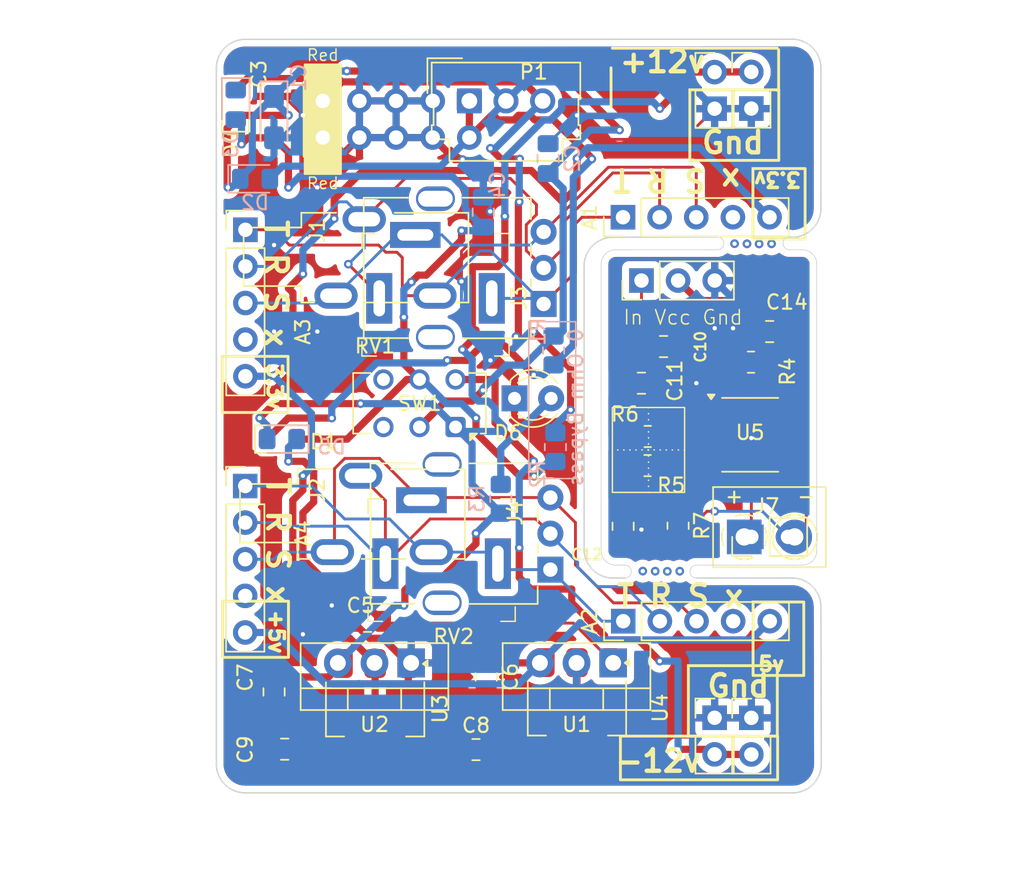
<source format=kicad_pcb>
(kicad_pcb (version 20240108) (generator "pcbnew") (generator_version "8.0")
  (layers (0 "F.Cu" signal) (31 "B.Cu" signal) (34 "B.Paste" user) (35 "F.Paste" user) (36 "B.SilkS" user "B.Silkscreen") (37 "F.SilkS" user "F.Silkscreen") (38 "B.Mask" user) (39 "F.Mask" user) (44 "Edge.Cuts" user))
  (net 0 "")
  (net 1 "+12v")
  (net 2 "Gnd")
  (net 3 "-12v")
  (net 4 "Net-(A1-Pin_1)")
  (net 5 "Net-(A1-Pin_3)")
  (net 6 "Net-(A1-Pin_2)")
  (net 7 "Net-(A2-Pin_2)")
  (net 8 "Net-(A2-Pin_3)")
  (net 9 "Net-(A2-Pin_1)")
  (net 10 "Net-(D5-K)")
  (net 11 "+5v")
  (net 12 "+3.3v")
  (net 13 "+12v bypass")
  (net 14 "-12v bypass")
  (net 19 "+12v clean")
  (net 20 "-12v clean")
  (net 21 "Net-(D6-A)")
  (net 24 "Net-(C10-Pad2)")
  (net 25 "AudioIn")
  (net 26 "AGnd")
  (net 27 "Net-(U5-Bypass)")
  (net 28 "VCC")
  (net 29 "Out+")
  (net 30 "Out-")
  (net 31 "Net-(R4-Pad2)")
  (net 32 "Net-(U5--In)")
  (net 33 "Net-(U5-+In)")
  (footprint "Capacitor_SMD:C_0805_2012Metric_Pad1.18x1.45mm_HandSolder" (layer "F.Cu") (at 79.003775 66.04)
    (property "Reference" "C10")
    (property "Value" "470n")
  )
  (footprint "CATs_Eurosynth:Power_2x5_Vertical" (layer "F.Cu") (at 65.54 49 -90)
    (property "Reference" "P2" (hide yes))
    (property "Value" "Power_2x5" (hide yes))
  )
  (footprint "Capacitor_SMD:C_0805_2012Metric_Pad1.18x1.45mm_HandSolder" (layer "F.Cu") (at 58.480949 85.100156 180)
    (property "Reference" "C5")
    (property "Value" "10uF")
  )
  (footprint "Resistor_SMD:R_0805_2012Metric_Pad1.20x1.40mm_HandSolder" (layer "F.Cu") (at 77.908606 72.278105 180)
    (property "Reference" "R6")
    (property "Value" "0 Ohm")
  )
  (footprint "Capacitor_SMD:C_0805_2012Metric_Pad1.18x1.45mm_HandSolder" (layer "F.Cu") (at 86.36 65 180)
    (property "Reference" "C14")
    (property "Value" "1uF")
  )
  (footprint "LED_THT:LED_D3.0mm" (layer "F.Cu") (at 68.6715 69.634025)
    (property "Reference" "D6")
    (property "Value" "LED")
  )
  (footprint "Package_TO_SOT_THT:TO-220-3_Vertical" (layer "F.Cu") (at 75.510324 87.983999 180)
    (property "Reference" "U1")
    (property "Value" "LM7805_TO220")
  )
  (footprint "Resistor_SMD:R_0805_2012Metric_Pad1.20x1.40mm_HandSolder" (layer "F.Cu") (at 77.895578 74.299061 180)
    (property "Reference" "R5")
    (property "Value" "0 Ohm")
  )
  (footprint "Resistor_SMD:R_0805_2012Metric_Pad1.20x1.40mm_HandSolder" (layer "F.Cu") (at 85.067497 67.121656)
    (property "Reference" "R4")
    (property "Value" "68k")
  )
  (footprint "Connector_PinHeader_2.54mm:PinHeader_1x03_P2.54mm_Vertical" (layer "F.Cu") (at 77.472723 61.46 90)
    (property "Reference" "J5" (hide yes))
    (property "Value" "Conn_01x03_Pin")
  )
  (footprint "Connector_Molex:Molex_SL_171971-0003_1x03_P2.54mm_Vertical" (layer "F.Cu") (at 65.54 49)
    (property "Reference" "P1")
    (property "Value" "Pocket Rack Power")
  )
  (footprint "0_Favorites:Jack_3.5mm_QingPu_WQP-PJ301CM" (layer "F.Cu") (at 63.018449 81.100156 90)
    (property "Reference" "J4")
    (property "Value" "AudioJack3")
  )
  (footprint "Capacitor_SMD:C_0805_2012Metric_Pad1.18x1.45mm_HandSolder" (layer "F.Cu") (at 76.2 78.5075 90)
    (property "Reference" "C12")
    (property "Value" "1uF")
  )
  (footprint "PersonalFootprints:Potentiometer_Vertical_Slimmer" (layer "F.Cu") (at 63.18826 60.585027 180)
    (property "Reference" "RV1")
    (property "Value" "any Ohm")
  )
  (footprint "Capacitor_SMD:C_0805_2012Metric_Pad1.18x1.45mm_HandSolder" (layer "F.Cu") (at 52.735343 93.968688 180)
    (property "Reference" "C9")
    (property "Value" "10uF")
  )
  (footprint "Diode_SMD:D_0805_2012Metric_Pad1.15x1.40mm_HandSolder" (layer "F.Cu") (at 52.54402 72.460861)
    (property "Reference" "D1")
    (property "Value" "D")
  )
  (footprint "Capacitor_Tantalum_SMD:CP_EIA-3216-10_Kemet-I_Pad1.58x1.35mm_HandSolder" (layer "F.Cu") (at 51.995534 50.121528 -90)
    (property "Reference" "C3")
    (property "Value" "1u")
  )
  (footprint "Package_TO_SOT_SMD:SOT-223-3_TabPin2" (layer "F.Cu") (at 59.006548 91.178448 -90)
    (property "Reference" "U3")
    (property "Value" "LD1117S33TR_SOT223")
  )
  (footprint "Connector_PinHeader_2.54mm:PinHeader_1x02_P2.54mm_Vertical" (layer "F.Cu") (at 85.087855 46.99)
    (property "Reference" "P9" (hide yes))
    (property "Value" "Conn_01x02_Pin")
  )
  (footprint "TerminalBlock_4Ucon:TerminalBlock_4Ucon_1x02_P3.50mm_Horizontal" (layer "F.Cu") (at 84.597376 79.246295)
    (property "Reference" "J7")
    (property "Value" "Conn_01x02_Pin")
  )
  (footprint "Connector_PinHeader_2.54mm:PinHeader_1x02_P2.54mm_Vertical" (layer "F.Cu") (at 82.54411 91.78825)
    (property "Reference" "P8" (hide yes))
    (property "Value" "Conn_01x02_Pin")
  )
  (footprint "Connector_PinHeader_2.54mm:PinHeader_1x02_P2.54mm_Vertical" (layer "F.Cu") (at 85.09 91.794963)
    (property "Reference" "P10" (hide yes))
    (property "Value" "Conn_01x02_Pin")
  )
  (footprint "Capacitor_SMD:C_0805_2012Metric_Pad1.18x1.45mm_HandSolder" (layer "F.Cu") (at 52 90 -90)
    (property "Reference" "C7")
    (property "Value" "1uF")
  )
  (footprint "Connector_PinHeader_2.54mm:PinHeader_1x05_P2.54mm_Vertical" (layer "F.Cu") (at 76.191276 57.069118 90)
    (property "Reference" "A1")
    (property "Value" "Conn_01x05_Pin" (hide yes))
  )
  (footprint "Connector_PinHeader_2.54mm:PinHeader_1x02_P2.54mm_Vertical" (layer "F.Cu") (at 82.541276 47.000868)
    (property "Reference" "P7" (hide yes))
    (property "Value" "Conn_01x02_Pin")
  )
  (footprint "Connector_PinHeader_2.54mm:PinHeader_1x05_P2.54mm_Vertical" (layer "F.Cu") (at 50 75.714262)
    (property "Reference" "A4")
    (property "Value" "Conn_01x05_Pin")
  )
  (footprint "Connector_PinHeader_2.54mm:PinHeader_1x05_P2.54mm_Vertical" (layer "F.Cu") (at 76.208801 85.09 90)
    (property "Reference" "A2")
    (property "Value" "Conn_01x05_Pin" (hide yes))
  )
  (footprint "Connector_PinHeader_2.54mm:PinHeader_1x05_P2.54mm_Vertical" (layer "F.Cu") (at 50.013691 57.939292)
    (property "Reference" "A3")
    (property "Value" "Conn_01x05_Pin")
  )
  (footprint "Resistor_SMD:R_0805_2012Metric_Pad1.20x1.40mm_HandSolder" (layer "F.Cu") (at 80.01 78.47 -90)
    (property "Reference" "R7")
    (property "Value" "20k")
  )
  (footprint "Button_Switch_THT:SW_CK_JS202011CQN_DPDT_Straight" (layer "F.Cu") (at 64.582831 71.62468 180)
    (property "Reference" "SW1")
    (property "Value" "Power")
  )
  (footprint "Package_TO_SOT_SMD:SOT-223-3_TabPin2" (layer "F.Cu") (at 73 91.114264 -90)
    (property "Reference" "U4")
    (property "Value" "LM7805_TO220")
  )
  (footprint "Capacitor_SMD:C_0805_2012Metric_Pad1.18x1.45mm_HandSolder" (layer "F.Cu") (at 66.706548 88.9625 -90)
    (property "Reference" "C6")
    (property "Value" "100nF")
  )
  (footprint "Capacitor_SMD:C_0805_2012Metric_Pad1.18x1.45mm_HandSolder" (layer "F.Cu") (at 66 94)
    (property "Reference" "C8")
    (property "Value" "10uF")
  )
  (footprint "PersonalFootprints:Potentiometer_Vertical_Slimmer" (layer "F.Cu") (at 63.656922 79.013864 180)
    (property "Reference" "RV2")
    (property "Value" "any Ohm")
  )
  (footprint "Package_SO:SOP-8_3.9x4.9mm_P1.27mm" (layer "F.Cu") (at 85.005 72.16228)
    (property "Reference" "U5")
    (property "Value" "~")
  )
  (footprint "Package_TO_SOT_THT:TO-220-3_Vertical" (layer "F.Cu") (at 61.503159 87.983999 180)
    (property "Reference" "U2")
    (property "Value" "LD1117S33TR_SOT223")
  )
  (footprint "PersonalFootprints:Jack_3.5mm_TRS_Horizontal" (layer "F.Cu") (at 54.011109 62.859364 90)
    (property "Reference" "J1")
    (property "Value" "AudioJack3")
  )
  (footprint "Capacitor_SMD:C_0805_2012Metric_Pad1.18x1.45mm_HandSolder" (layer "F.Cu") (at 77.47 68.58)
    (property "Reference" "C11")
    (property "Value" "470n")
  )
  (footprint "0_Favorites:Jack_3.5mm_QingPu_WQP-PJ301CM" (layer "F.Cu") (at 62.592981 62.697583 90)
    (property "Reference" "J3")
    (property "Value" "AudioJack3")
  )
  (footprint "PersonalFootprints:Jack_3.5mm_TRS_Horizontal" (layer "F.Cu") (at 53.76 80.65 90)
    (property "Reference" "J2")
    (property "Value" "AudioJack3")
  )
  (footprint "Connector_PinHeader_2.54mm:PinHeader_1x02_P2.54mm_Vertical" (layer "F.Cu") (at 85.09 79.240686 90)
    (property "Reference" "J6" (hide yes))
    (property "Value" "Conn_01x02_Pin")
  )
  (footprint "Diode_SMD:D_0805_2012Metric_Pad1.15x1.40mm_HandSolder" (layer "F.Cu") (at 49.342599 49.273883 90)
    (property "Reference" "D4")
    (property "Value" "D")
  )
  (footprint "Diode_SMD:D_0805_2012Metric_Pad1.15x1.40mm_HandSolder" (layer "B.Cu") (at 52.54402 72.460861 180)
    (property "Reference" "D5")
    (property "Value" "D")
  )
  (footprint "Capacitor_SMD:C_0805_2012Metric_Pad1.18x1.45mm_HandSolder" (layer "B.Cu") (at 71 53 90)
    (property "Reference" "C2")
    (property "Value" "100n")
  )
  (footprint "Capacitor_Tantalum_SMD:CP_EIA-3216-10_Kemet-I_Pad1.58x1.35mm_HandSolder" (layer "B.Cu") (at 51.995534 50.121528 -90)
    (property "Reference" "C1")
    (property "Value" "1u")
  )
  (footprint "Diode_SMD:D_0805_2012Metric_Pad1.15x1.40mm_HandSolder" (layer "B.Cu") (at 49.342599 49.273883 -90)
    (property "Reference" "D3")
    (property "Value" "D")
  )
  (footprint "Diode_SMD:D_0805_2012Metric_Pad1.15x1.40mm_HandSolder" (layer "B.Cu") (at 50.681664 54.405004)
    (property "Reference" "D2")
    (property "Value" "D")
  )
  (footprint "Resistor_SMD:R_0805_2012Metric_Pad1.20x1.40mm_HandSolder" (layer "B.Cu") (at 67.718449 76.600156 -90)
    (property "Reference" "R3")
    (property "Value" "1k")
  )
  (footprint "Resistor_SMD:R_0805_2012Metric_Pad1.20x1.40mm_HandSolder" (layer "B.Cu") (at 71.378594 66.309837 90)
    (property "Reference" "R1")
    (property "Value" "0 Ohm Bypass" (hide yes))
  )
  (footprint "Resistor_SMD:R_0805_2012Metric_Pad1.20x1.40mm_HandSolder" (layer "B.Cu") (at 71.506398 73.015774 -90)
    (property "Reference" "R2")
    (property "Value" "0 Ohm Bypass")
  )
  (footprint "Capacitor_SMD:C_0805_2012Metric_Pad1.18x1.45mm_HandSolder" (layer "B.Cu") (at 66.507112 56.716062 -90)
    (property "Reference" "C4")
    (property "Value" "100n")
  )
  (gr_rect (start 69.658581 64.315335) (end 72.91323 75.196897) (stroke (width 0.1)) (fill none) (layer "B.SilkS"))
  (gr_line (start 75.453201 45.346045) (end 86.881852 45.346045) (stroke (width 0.2)) (layer "F.SilkS"))
  (gr_rect (start 48.431598 83.705189) (end 52.9983 87.598641) (stroke (width 0.2)) (fill none) (layer "F.SilkS"))
  (gr_rect (start 80.824221 48.230668) (end 86.991872 53.12412) (stroke (width 0.2)) (fill none) (layer "F.SilkS"))
  (gr_line (start 80.462576 73.211516) (end 75.455949 73.211516) (stroke (width 0.1) (type dot)) (layer "F.SilkS"))
  (gr_line (start 86.881852 48.262983) (end 86.981852 48.162983) (stroke (width 0.2)) (layer "F.SilkS"))
  (gr_rect (start 75.455949 70.267306) (end 80.462576 76.155726) (stroke (width 0.1)) (fill none) (layer "F.SilkS"))
  (gr_rect (start 85.201602 53.692885) (end 88.817175 58.576748) (stroke (width 0.2)) (fill none) (layer "F.SilkS"))
  (gr_rect (start 80.722349 88.176511) (end 86.89 93.069963) (stroke (width 0.2)) (fill none) (layer "F.SilkS"))
  (gr_rect (start 76.01411 93.06325) (end 86.911761 96.094952) (stroke (width 0.2)) (fill none) (layer "F.SilkS"))
  (gr_rect (start 48.406178 66.720279) (end 52.97288 70.613731) (stroke (width 0.2)) (fill none) (layer "F.SilkS"))
  (gr_rect (start 85.210326 83.76) (end 88.723831 88.854466) (stroke (width 0.2)) (fill none) (layer "F.SilkS"))
  (gr_line (start 77.959263 70.267306) (end 77.959262 76.155726) (stroke (width 0.1) (type dot)) (layer "F.SilkS"))
  (gr_line (start 86.981852 48.162983) (end 86.981852 45.446045) (stroke (width 0.2)) (layer "F.SilkS"))
  (gr_line (start 75.361925 49.422115) (end 75.361925 46.705177) (stroke (width 0.2)) (layer "F.SilkS"))
  (gr_arc (start 87.735436 59.3238) (mid 87.2874 58.8757) (end 87.735436 58.42752) (stroke (width 0.05)) (layer "Edge.Cuts"))
  (gr_line (start 75.494801 82.095276) (end 76.326101 82.09814) (stroke (width 0.1)) (layer "Edge.Cuts"))
  (gr_arc (start 88.623576 59.324724) (mid 89.33069 59.61761) (end 89.623576 60.324724) (stroke (width 0.05)) (layer "Edge.Cuts"))
  (gr_line (start 87.735436 59.3238) (end 88.623576 59.324724) (stroke (width 0.05)) (layer "Edge.Cuts"))
  (gr_line (start 75.678377 59.324724) (end 82.735436 59.323799) (stroke (width 0.05)) (layer "Edge.Cuts"))
  (gr_line (start 87.939786 97) (end 50 97) (stroke (width 0.1)) (layer "Edge.Cuts"))
  (gr_line (start 76.326101 81.201862) (end 75.678377 81.2) (stroke (width 0.05)) (layer "Edge.Cuts"))
  (gr_arc (start 74.678377 60.324724) (mid 74.971266 59.617629) (end 75.678377 59.324724) (stroke (width 0.05)) (layer "Edge.Cuts"))
  (gr_line (start 88.623576 81.2) (end 81.28 81.201861) (stroke (width 0.05)) (layer "Edge.Cuts"))
  (gr_arc (start 89.914 56.46) (mid 89.328184 57.874184) (end 87.914 58.46) (stroke (width 0.1)) (layer "Edge.Cuts"))
  (gr_line (start 89.623576 60.324724) (end 89.623576 80.2) (stroke (width 0.05)) (layer "Edge.Cuts"))
  (gr_line (start 89.913014 46.720606) (end 89.914 56.46) (stroke (width 0.1)) (layer "Edge.Cuts"))
  (gr_line (start 50 44.73) (end 87.913014 44.720606) (stroke (width 0.1)) (layer "Edge.Cuts"))
  (gr_line (start 73.494801 60.46) (end 73.494801 80.095276) (stroke (width 0.1)) (layer "Edge.Cuts"))
  (gr_arc (start 87.914 82.095276) (mid 89.328222 82.681061) (end 89.914 84.095276) (stroke (width 0.1)) (layer "Edge.Cuts"))
  (gr_arc (start 82.735436 58.427521) (mid 83.183679 58.8757) (end 82.735436 59.323799) (stroke (width 0.05)) (layer "Edge.Cuts"))
  (gr_arc (start 89.623576 80.2) (mid 89.330683 80.907107) (end 88.623576 81.2) (stroke (width 0.05)) (layer "Edge.Cuts"))
  (gr_line (start 74.678376 80.2) (end 74.678377 60.324724) (stroke (width 0.05)) (layer "Edge.Cuts"))
  (gr_line (start 48 95) (end 48 46.73) (stroke (width 0.1)) (layer "Edge.Cuts"))
  (gr_arc (start 50 97) (mid 48.585786 96.414214) (end 48 95) (stroke (width 0.1)) (layer "Edge.Cuts"))
  (gr_arc (start 81.28 82.098141) (mid 80.831834 81.65) (end 81.28 81.201861) (stroke (width 0.05)) (layer "Edge.Cuts"))
  (gr_arc (start 89.939786 95) (mid 89.353999 96.414209) (end 87.939786 97) (stroke (width 0.1)) (layer "Edge.Cuts"))
  (gr_line (start 82.735436 58.427521) (end 75.494801 58.46) (stroke (width 0.1)) (layer "Edge.Cuts"))
  (gr_line (start 89.914 84.095276) (end 89.939786 95) (stroke (width 0.1)) (layer "Edge.Cuts"))
  (gr_arc (start 75.678377 81.2) (mid 74.97127 80.907107) (end 74.678376 80.2) (stroke (width 0.05)) (layer "Edge.Cuts"))
  (gr_arc (start 76.326101 81.201862) (mid 76.774214 81.65) (end 76.326101 82.09814) (stroke (width 0.05)) (layer "Edge.Cuts"))
  (gr_arc (start 48 46.73) (mid 48.585786 45.315786) (end 50 44.73) (stroke (width 0.1)) (layer "Edge.Cuts"))
  (gr_arc (start 73.494801 60.46) (mid 74.080587 59.045787) (end 75.494801 58.46) (stroke (width 0.1)) (layer "Edge.Cuts"))
  (gr_arc (start 75.494801 82.095276) (mid 74.080587 81.50949) (end 73.494801 80.095276) (stroke (width 0.1)) (layer "Edge.Cuts"))
  (gr_line (start 87.914 58.46) (end 87.735436 58.42752) (stroke (width 0.1)) (layer "Edge.Cuts"))
  (gr_arc (start 87.913014 44.720606) (mid 89.327216 45.306398) (end 89.913014 46.720606) (stroke (width 0.1)) (layer "Edge.Cuts"))
  (gr_line (start 81.28 82.098141) (end 87.914 82.095276) (stroke (width 0.1)) (layer "Edge.Cuts"))
  (gr_text "In Vcc Gnd" (at 76.141789 64.598159 0) (layer "F.SilkS") (effects (font (size 1 1) (thickness 0.1)) (justify left bottom)))
  (gr_text "3.3v" (at 51.451038 67.087385 270) (layer "F.SilkS") (effects (font (size 1 1) (thickness 0.25) (bold yes)) (justify left bottom)))
  (gr_text "x S R T" (at 84.458464 53.604609 180) (layer "F.SilkS") (effects (font (size 1.5 1.5) (thickness 0.3) (bold yes)) (justify left bottom)))
  (gr_text "+12v" (at 75.808202 47.142586 0) (layer "F.SilkS") (effects (font (size 1.5 1.5) (thickness 0.3) (bold yes)) (justify left bottom)))
  (gr_text "Gnd" (at 81.87911 90.45825 0) (layer "F.SilkS") (effects (font (size 1.5 1.5) (thickness 0.3) (bold yes)) (justify left bottom)))
  (gr_text "-12v" (at 75.495322 95.665152 0) (layer "F.SilkS") (effects (font (size 1.5 1.5) (thickness 0.3) (bold yes)) (justify left bottom)))
  (gr_text "T R S x" (at 51.258467 57.103994 270) (layer "F.SilkS") (effects (font (size 1.5 1.5) (thickness 0.3) (bold yes)) (justify left bottom)))
  (gr_text "5v" (at 85.450103 88.652549 0) (layer "F.SilkS") (effects (font (size 1 1) (thickness 0.25) (bold yes)) (justify left bottom)))
  (gr_text "+" (at 83.183576 77 0) (layer "F.SilkS") (effects (font (size 1 1)) (justify left bottom)))
  (gr_text "T R S x" (at 51.393078 74.956763 270) (layer "F.SilkS") (effects (font (size 1.5 1.5) (thickness 0.3) (bold yes)) (justify left bottom)))
  (gr_text "Gnd" (at 81.501704 52.768127 0) (layer "F.SilkS") (effects (font (size 1.5 1.5) (thickness 0.3) (bold yes)) (justify left bottom)))
  (gr_text "-" (at 88.183576 77 0) (layer "F.SilkS") (effects (font (size 1 1)) (justify left bottom)))
  (gr_text "+5v" (at 51.583546 84.180904 -90) (layer "F.SilkS") (effects (font (size 1 1) (thickness 0.25) (bold yes)) (justify left bottom)))
  (gr_text "T R S x" (at 75.582836 84.220751 0) (layer "F.SilkS") (effects (font (size 1.5 1.5) (thickness 0.3) (bold yes)) (justify left bottom)))
  (gr_text "3.3v" (at 88.627878 53.863252 180) (layer "F.SilkS") (effects (font (size 1 1) (thickness 0.25) (bold yes)) (justify left bottom)))
  (via (at 84.788701 58.912857) (size 0.6) (drill 0.3) (layers "F.Cu" "B.Cu") (net 0))
  (via (at 77.562583 81.617045) (size 0.6) (drill 0.3) (layers "F.Cu" "B.Cu") (net 0))
  (via (at 86.491374 58.912857) (size 0.6) (drill 0.3) (layers "F.Cu" "B.Cu") (net 0))
  (via (at 80.126801 81.625211) (size 0.6) (drill 0.3) (layers "F.Cu" "B.Cu") (net 0))
  (via (at 78.424128 81.625211) (size 0.6) (drill 0.3) (layers "F.Cu" "B.Cu") (net 0))
  (via (at 79.265257 81.633378) (size 0.6) (drill 0.3) (layers "F.Cu" "B.Cu") (net 0))
  (via (at 85.62983 58.921024) (size 0.6) (drill 0.3) (layers "F.Cu" "B.Cu") (net 0))
  (via (at 83.927156 58.904691) (size 0.6) (drill 0.3) (layers "F.Cu" "B.Cu") (net 0))
  (segment (start 61.068449 83.931551) (end 61 84) (width 0.5) (layer "F.Cu") (net 1))
  (segment (start 66 65.306172) (end 66 64.897583) (width 0.5) (layer "F.Cu") (net 1))
  (segment (start 65.056171 66.250001) (end 66 65.306172) (width 0.5) (layer "F.Cu") (net 1))
  (segment (start 55.772496 88.9625) (end 56.706548 88.028448) (width 0.5) (layer "F.Cu") (net 1))
  (segment (start 80.01 48.26) (end 80.01 47.000868) (width 0.5) (layer "F.Cu") (net 1))
  (segment (start 52 88.9625) (end 55.772496 88.9625) (width 0.5) (layer "F.Cu") (net 1))
  (segment (start 85.087855 46.99) (end 82.552144 46.99) (width 0.5) (layer "F.Cu") (net 1))
  (segment (start 82.552144 46.99) (end 82.541276 47.000868) (width 0.2) (layer "F.Cu") (net 1))
  (segment (start 51 71) (end 52 70) (width 0.5) (layer "F.Cu") (net 1))
  (segment (start 66 79) (end 66 79.713188) (width 0.5) (layer "F.Cu") (net 1))
  (segment (start 65.742981 64.897583) (end 65.742981 60.497583) (width 0.5) (layer "F.Cu") (net 1))
  (segment (start 79.999132 47.000868) (end 80.01 47.000868) (width 0.5) (layer "F.Cu") (net 1))
  (segment (start 66 64.897583) (end 65.742981 64.897583) (width 0.5) (layer "F.Cu") (net 1))
  (segment (start 65.742981 60.497583) (end 67.502417 60.497583) (width 0.5) (layer "F.Cu") (net 1))
  (segment (start 66 79.713188) (end 63.713188 82) (width 0.5) (layer "F.Cu") (net 1))
  (segment (start 80.01 47.000868) (end 82.541276 47.000868) (width 0.5) (layer "F.Cu") (net 1))
  (segment (start 78.74 49.53) (end 80.01 48.26) (width 0.5) (layer "F.Cu") (net 1))
  (segment (start 63.713188 82) (end 62 82) (width 0.5) (layer "F.Cu") (net 1))
  (segment (start 67.502417 60.497583) (end 68 60) (width 0.5) (layer "F.Cu") (net 1))
  (segment (start 62 82) (end 61.068449 82.931551) (width 0.5) (layer "F.Cu") (net 1))
  (segment (start 61.068449 82.931551) (end 61.068449 83.931551) (width 0.5) (layer "F.Cu") (net 1))
  (segment (start 52 70) (end 58 70) (width 0.5) (layer "F.Cu") (net 1))
  (segment (start 68 60) (end 68 57) (width 0.5) (layer "F.Cu") (net 1))
  (via (at 65.056171 66.250001) (size 0.6) (drill 0.3) (layers "F.Cu" "B.Cu") (net 1))
  (via (at 51 71) (size 0.6) (drill 0.3) (layers "F.Cu" "B.Cu") (net 1))
  (via (at 68 57) (size 0.6) (drill 0.3) (layers "F.Cu" "B.Cu") (net 1))
  (via (at 78.74 49.53) (size 0.6) (drill 0.3) (layers "F.Cu" "B.Cu") (net 1))
  (via (at 58 70) (size 0.6) (drill 0.3) (layers "F.Cu" "B.Cu") (net 1))
  (via (at 66 79) (size 0.6) (drill 0.3) (layers "F.Cu" "B.Cu") (net 1))
  (via (at 61 84) (size 0.6) (drill 0.3) (layers "F.Cu" "B.Cu") (net 1))
  (segment (start 61 84) (end 60.407158 84) (width 0.5) (layer "B.Cu") (net 1))
  (segment (start 67.3215 70.3215) (end 67.3215 70.984025) (width 0.5) (layer "B.Cu") (net 1))
  (segment (start 78.27 49.06) (end 78.74 49.53) (width 0.5) (layer "B.Cu") (net 1))
  (segment (start 71.166762 50.32) (end 71.94 49.546762) (width 0.5) (layer "B.Cu") (net 1))
  (segment (start 64.582831 71.62468) (end 65.726922 72.768771) (width 0.5) (layer "B.Cu") (net 1))
  (segment (start 67.399844 77.600156) (end 66 79) (width 0.5) (layer "B.Cu") (net 1))
  (segment (start 51.51902 72.460861) (end 51.51902 71.51902) (width 0.5) (layer "B.Cu") (net 1))
  (segment (start 64.885938 71.927787) (end 64.582831 71.62468) (width 0.5) (layer "B.Cu") (net 1))
  (segment (start 67.718449 77.600156) (end 67.399844 77.600156) (width 0.5) (layer "B.Cu") (net 1))
  (segment (start 51.51902 71.51902) (end 51 71) (width 0.5) (layer "B.Cu") (net 1))
  (segment (start 65.732831 69.385341) (end 66.17217 69.82468) (width 0.5) (layer "B.Cu") (net 1))
  (segment (start 65.726922 75.608629) (end 67.718449 77.600156) (width 0.5) (layer "B.Cu") (net 1))
  (segment (start 58 70) (end 62.958151 70) (width 0.5) (layer "B.Cu") (net 1))
  (segment (start 77 49.06) (end 78.27 49.06) (width 0.5) (layer "B.Cu") (net 1))
  (segment (start 68 53) (end 70.68 50.32) (width 0.5) (layer "B.Cu") (net 1))
  (segment (start 65.056171 66.250001) (end 65.732831 66.926661) (width 0.5) (layer "B.Cu") (net 1))
  (segment (start 65.732831 66.926661) (end 65.732831 69.385341) (width 0.5) (layer "B.Cu") (net 1))
  (segment (start 68 57) (end 68 53) (width 0.5) (layer "B.Cu") (net 1))
  (segment (start 67.3215 70.984025) (end 67.927787 71.590312) (width 0.5) (layer "B.Cu") (net 1))
  (segment (start 70.68 50.32) (end 71.166762 50.32) (width 0.5) (layer "B.Cu") (net 1))
  (segment (start 71.94 49.06) (end 77 49.06) (width 0.5) (layer "B.Cu") (net 1))
  (segment (start 66.17217 69.82468) (end 66.82468 69.82468) (width 0.5) (layer "B.Cu") (net 1))
  (segment (start 60.407158 84) (end 56.423159 87.983999) (width 0.5) (layer "B.Cu") (net 1))
  (segment (start 62.958151 70) (end 64.582831 71.62468) (width 0.5) (layer "B.Cu") (net 1))
  (segment (start 66.82468 69.82468) (end 67.3215 70.3215) (width 0.5) (layer "B.Cu") (net 1))
  (segment (start 65.726922 72.768771) (end 65.726922 75.608629) (width 0.5) (layer "B.Cu") (net 1))
  (segment (start 67.927787 71.590312) (end 67.927787 71.927787) (width 0.5) (layer "B.Cu") (net 1))
  (segment (start 67.927787 71.927787) (end 64.885938 71.927787) (width 0.5) (layer "B.Cu") (net 1))
  (segment (start 71.94 49.546762) (end 71.94 49.06) (width 0.5) (layer "B.Cu") (net 1))
  (segment (start 56 84) (end 56.343293 84) (width 0.5) (layer "F.Cu") (net 2))
  (segment (start 50.695266 88.304734) (end 51.825738 87.174262) (width 0.5) (layer "F.Cu") (net 2))
  (segment (start 52.684028 48.684028) (end 51.995534 48.684028) (width 0.2) (layer "F.Cu") (net 2))
  (segment (start 72.970324 94.234588) (end 73 94.264264) (width 0.2) (layer "F.Cu") (net 2))
  (segment (start 55 66.098199) (end 55 65) (width 0.5) (layer "F.Cu") (net 2))
  (segment (start 52.098199 69) (end 55 66.098199) (width 0.5) (layer "F.Cu") (net 2))
  (segment (start 75.476014 91.78825) (end 82.54411 91.78825) (width 0.5) (layer "F.Cu") (net 2))
  (segment (start 59.553256 86.275156) (end 61.306548 88.028448) (width 0.5) (layer "F.Cu") (net 2))
  (segment (start 68.6715 69.634025) (end 68.6715 68.6715) (width 0.2) (layer "F.Cu") (net 2))
  (segment (start 64.992981 59.425401) (end 66.986471 57.431911) (width 0.2) (layer "F.Cu") (net 2))
  (segment (start 52 65) (end 52 59) (width 0.5) (layer "F.Cu") (net 2))
  (segment (start 68.6715 68.6715) (end 67 67) (width 0.2) (layer "F.Cu") (net 2))
  (segment (start 66.986471 57.431911) (end 66.986471 56.666062) (width 0.2) (layer "F.Cu") (net 2))
  (segment (start 52.825738 87.174262) (end 54 86) (width 0.5) (layer "F.Cu") (net 2))
  (segment (start 58.618449 86.275156) (end 59.553256 86.275156) (width 0.5) (layer "F.Cu") (net 2))
  (segment (start 51.825738 87.174262) (end 52.825738 87.174262) (width 0.5) (layer "F.Cu") (net 2))
  (segment (start 72.970324 87.983999) (end 72.970324 94.234588) (width 0.5) (layer "F.Cu") (net 2))
  (segment (start 56.343293 84) (end 57.443449 85.100156) (width 0.5) (layer "F.Cu") (net 2))
  (segment (start 74.67 51.67) (end 80.412144 51.67) (width 0.2) (layer "F.Cu") (net 2))
  (segment (start 54 86) (end 51.3 83.3) (width 0.5) (layer "F.Cu") (net 2))
  (segment (start 52 91.0375) (end 50.695266 89.732766) (width 0.5) (layer "F.Cu") (net 2))
  (segment (start 57.443449 85.100156) (end 58.618449 86.275156) (width 0.5) (layer "F.Cu") (net 2))
  (segment (start 50.25 73.25) (end 50.25 70.689339) (width 0.5) (layer "F.Cu") (net 2))
  (segment (start 82.54411 91.78825) (end 85.083287 91.78825) (width 0.5) (layer "F.Cu") (net 2))
  (segment (start 51.3 83.3) (end 51.3 74.3) (width 0.5) (layer "F.Cu") (net 2))
  (segment (start 64.530331 53.070331) (end 63 51.54) (width 0.5) (layer "F.Cu") (net 2))
  (segment (start 50.695266 89.732766) (end 50.695266 88.304734) (width 0.5) (layer "F.Cu") (net 2))
  (segment (start 55 55) (end 55 54.46) (width 0.5) (layer "F.Cu") (net 2))
  (segment (start 50.25 70.689339) (end 51.939339 69) (width 0.5) (layer "F.Cu") (net 2))
  (segment (start 73 50) (end 74.67 51.67) (width 0.2) (layer "F.Cu") (net 2))
  (segment (start 55 54.46) (end 57.92 51.54) (width 0.5) (layer "F.Cu") (net 2))
  (segment (start 65.070331 53.070331) (end 64.530331 53.070331) (width 0.5) (layer "F.Cu") (net 2))
  (segment (start 54 50) (end 52.684028 48.684028) (width 0.2) (layer "F.Cu") (net 2))
  (segment (start 51.939339 69) (end 52.098199 69) (width 0.5) (layer "F.Cu") (net 2))
  (segment (start 73 94.264264) (end 75.476014 91.78825) (width 0.5) (layer "F.Cu") (net 2))
  (segment (start 51.3 74.3) (end 50.25 73.25) (width 0.5) (layer "F.Cu") (net 2))
  (segment (start 64.992981 61.520019) (end 64.992981 59.425401) (width 0.2) (layer "F.Cu") (net 2))
  (segment (start 80.412144 51.67) (end 82.541276 49.540868) (width 0.2) (layer "F.Cu") (net 2))
  (via (at 52 65) (size 0.6) (drill 0.3) (layers "F.Cu" "B.Cu") (net 2))
  (via (at 73 50) (size 0.6) (drill 0.3) (layers "F.Cu" "B.Cu") (net 2))
  (via (at 54 86) (size 0.6) (drill 0.3) (layers "F.Cu" "B.Cu") (net 2))
  (via (at 67 67) (size 0.6) (drill 0.3) (layers "F.Cu" "B.Cu") (net 2))
  (via (at 64.992981 61.520019) (size 0.6) (drill 0.3) (layers "F.Cu" "B.Cu") (net 2))
  (via (at 55 55) (size 0.6) (drill 0.3) (layers "F.Cu" "B.Cu") (net 2))
  (via (at 65.070331 53.070331) (size 0.6) (drill 0.3) (layers "F.Cu" "B.Cu") (net 2))
  (via (at 52 59) (size 0.6) (drill 0.3) (layers "F.Cu" "B.Cu") (net 2))
  (via (at 66.986471 56.666062) (size 0.6) (drill 0.3) (layers "F.Cu" "B.Cu") (net 2))
  (via (at 55 65) (size 0.6) (drill 0.3) (layers "F.Cu" "B.Cu") (net 2))
  (via (at 54 50) (size 0.6) (drill 0.3) (layers "F.Cu" "B.Cu") (net 2))
  (via (at 56 84) (size 0.6) (drill 0.3) (layers "F.Cu" "B.Cu") (net 2))
  (segment (start 69.4 47.68) (end 80.680408 47.68) (width 0.5) (layer "B.Cu") (net 2))
  (segment (start 66.507112 55.678562) (end 66.507112 54.507112) (width 0.5) (layer "B.Cu") (net 2))
  (segment (start 66.507112 54.507112) (end 65.070331 53.070331) (width 0.5) (layer "B.Cu") (net 2))
  (segment (start 55 56) (end 55 55) (width 0.5) (layer "B.Cu") (net 2))
  (segment (start 64.992981 64) (end 64.992981 61.520019) (width 0.2) (layer "B.Cu") (net 2))
  (segment (start 51.995534 51.559028) (end 52.440972 51.559028) (width 0.2) (layer "B.Cu") (net 2))
  (segment (start 53.126506 52.69) (end 56.77 52.69) (width 0.2) (layer "B.Cu") (net 2))
  (segment (start 67 66.007019) (end 64.992981 64) (width 0.2) (layer "B.Cu") (net 2))
  (segment (start 66.986471 56.157921) (end 66.507112 55.678562) (width 0.2) (layer "B.Cu") (net 2))
  (segment (start 72.9625 50) (end 73 50) (width 0.2) (layer "B.Cu") (net 2))
  (segment (start 80.680408 47.68) (end 82.541276 49.540868) (width 0.5) (layer "B.Cu") (net 2))
  (segment (start 68.08 49) (end 69.4 47.68) (width 0.5) (layer "B.Cu") (net 2))
  (segment (start 56.77 52.69) (end 57.92 51.54) (width 0.2) (layer "B.Cu") (net 2))
  (segment (start 52.440972 51.559028) (end 54 50) (width 0.2) (layer "B.Cu") (net 2))
  (segment (start 85.087855 49.53) (end 82.552144 49.53) (width 0.5) (layer "B.Cu") (net 2))
  (segment (start 52 59) (end 55 56) (width 0.5) (layer "B.Cu") (net 2))
  (segment (start 55 65) (end 52 65) (width 0.5) (layer "B.Cu") (net 2))
  (segment (start 67 67) (end 67 66.007019) (width 0.2) (layer "B.Cu") (net 2))
  (segment (start 71 51.9625) (end 72.9625 50) (width 0.2) (layer "B.Cu") (net 2))
  (segment (start 66.986471 56.666062) (end 66.986471 56.157921) (width 0.2) (layer "B.Cu") (net 2))
  (segment (start 54 86) (end 56 84) (width 0.5) (layer "B.Cu") (net 2))
  (segment (start 51.995534 51.559028) (end 53.126506 52.69) (width 0.2) (layer "B.Cu") (net 2))
  (segment (start 83.826713 94.334963) (end 83.82 94.32825) (width 0.5) (layer "F.Cu") (net 3))
  (segment (start 77.269918 86.39) (end 74.908801 86.39) (width 0.5) (layer "F.Cu") (net 3))
  (segment (start 72.637043 82.863864) (end 69.806922 82.863864) (width 0.5) (layer "F.Cu") (net 3))
  (segment (start 70 74) (end 67.3215 71.3215) (width 0.5) (layer "F.Cu") (net 3))
  (segment (start 74.908801 86.09) (end 72.637043 83.818242) (width 0.5) (layer "F.Cu") (net 3))
  (segment (start 80.01 93.98) (end 82.19586 93.98) (width 0.5) (layer "F.Cu") (net 3))
  (segment (start 85.09 94.334963) (end 82.550823 94.334963) (width 0.5) (layer "F.Cu") (net 3))
  (segment (start 72.637043 83.818242) (end 72.637043 82.863864) (width 0.5) (layer "F.Cu") (net 3))
  (segment (start 67.3215 71.3215) (end 67.3215 68.32468) (width 0.5) (layer "F.Cu") (net 3))
  (segment (start 67.3215 68.32468) (end 64.582831 68.32468) (width 0.5) (layer "F.Cu") (net 3))
  (segment (start 74.908801 86.39) (end 74.908801 86.09) (width 0.5) (layer "F.Cu") (net 3))
  (segment (start 69.806922 82.863864) (end 69 82.056942) (width 0.5) (layer "F.Cu") (net 3))
  (segment (start 82.19586 93.98) (end 82.54411 94.32825) (width 0.5) (layer "F.Cu") (net 3))
  (segment (start 69 82.056942) (end 69 80) (width 0.5) (layer "F.Cu") (net 3))
  (segment (start 78.74 87.860082) (end 77.269918 86.39) (width 0.5) (layer "F.Cu") (net 3))
  (via (at 70 74) (size 0.6) (drill 0.3) (layers "F.Cu" "B.Cu") (net 3))
  (via (at 69 80) (size 0.6) (drill 0.3) (layers "F.Cu" "B.Cu") (net 3))
  (via (at 78.74 87.860082) (size 0.6) (drill 0.3) (layers "F.Cu" "B.Cu") (net 3))
  (via (at 80.01 93.98) (size 0.6) (drill 0.3) (layers "F.Cu" "B.Cu") (net 3))
  (segment (start 80.01 93.98) (end 80.01 87.860082) (width 0.5) (layer "B.Cu") (net 3))
  (segment (start 69 80) (end 69 75) (width 0.5) (layer "B.Cu") (net 3))
  (segment (start 69 75) (end 70 74) (width 0.5) (layer "B.Cu") (net 3))
  (segment (start 80.01 87.860082) (end 78.74 87.860082) (width 0.5) (layer "B.Cu") (net 3))
  (segment (start 63.155109 62.509364) (end 60.891109 62.509364) (width 0.2) (layer "F.Cu") (net 4))
  (segment (start 59.742981 59.497583) (end 59.245398 59) (width 0.2) (layer "F.Cu") (net 4))
  (segment (start 52.008957 57.939292) (end 50.013691 57.939292) (width 0.2) (layer "F.Cu") (net 4))
  (segment (start 53.069665 59) (end 52.008957 57.939292) (width 0.2) (layer "F.Cu") (net 4))
  (segment (start 59.245398 59) (end 53.069665 59) (width 0.2) (layer "F.Cu") (net 4))
  (segment (start 76.191276 57.069118) (end 73.349596 57.069118) (width 0.2) (layer "F.Cu") (net 4))
  (segment (start 72.894801 57.523913) (end 72.894801 60.878486) (width 0.2) (layer "F.Cu") (net 4))
  (segment (start 60.891109 59.868236) (end 60.520456 59.497583) (width 0.2) (layer "F.Cu") (net 4))
  (segment (start 73.349596 57.069118) (end 72.894801 57.523913) (width 0.2) (layer "F.Cu") (net 4))
  (segment (start 60.520456 59.497583) (end 59.742981 59.497583) (width 0.2) (layer "F.Cu") (net 4))
  (segment (start 60.891109 62.509364) (end 60.891109 59.868236) (width 0.2) (layer "F.Cu") (net 4))
  (segment (start 72.894801 60.878486) (end 70.68826 63.085027) (width 0.2) (layer "F.Cu") (net 4))
  (segment (start 67.003233 59.4) (end 70.68826 63.085027) (width 0.2) (layer "B.Cu") (net 4))
  (segment (start 70.300816 62.697583) (end 70.68826 63.085027) (width 0.2) (layer "B.Cu") (net 4))
  (segment (start 67.092981 62.697583) (end 70.300816 62.697583) (width 0.2) (layer "B.Cu") (net 4))
  (segment (start 63.155109 62.509364) (end 66.264473 59.4) (width 0.2) (layer "B.Cu") (net 4))
  (segment (start 66.264473 59.4) (end 67.003233 59.4) (width 0.2) (layer "B.Cu") (net 4))
  (segment (start 81.008172 53.6) (end 81.271276 53.863104) (width 0.2) (layer "F.Cu") (net 5))
  (segment (start 81.271276 53.863104) (end 81.271276 57.069118) (width 0.2) (layer "F.Cu") (net 5))
  (segment (start 75.177818 53.6) (end 81.008172 53.6) (width 0.2) (layer "F.Cu") (net 5))
  (segment (start 70.68826 58.085027) (end 70.692791 58.085027) (width 0.2) (layer "F.Cu") (net 5))
  (segment (start 70.692791 58.085027) (end 75.177818 53.6) (width 0.2) (layer "F.Cu") (net 5))
  (segment (start 60.50889 58.297583) (end 61.792981 58.297583) (width 0.2) (layer "B.Cu") (net 5))
  (segment (start 56.297109 62.509364) (end 60.50889 58.297583) (width 0.2) (layer "B.Cu") (net 5))
  (segment (start 50.013691 63.019292) (end 55.787181 63.019292) (width 0.2) (layer "B.Cu") (net 5))
  (segment (start 61.792981 58.297583) (end 63.638147 58.297583) (width 0.2) (layer "B.Cu") (net 5))
  (segment (start 55.787181 63.019292) (end 56.297109 62.509364) (width 0.2) (layer "B.Cu") (net 5))
  (segment (start 64.340564 59) (end 69.773287 59) (width 0.2) (layer "B.Cu") (net 5))
  (segment (start 63.638147 58.297583) (end 64.340564 59) (width 0.2) (layer "B.Cu") (net 5))
  (segment (start 69.773287 59) (end 70.68826 58.085027) (width 0.2) (layer "B.Cu") (net 5))
  (segment (start 70.191203 56.191203) (end 70.191203 56.885027) (width 0.2) (layer "F.Cu") (net 6))
  (segment (start 70.191203 56.885027) (end 69.48826 57.58797) (width 0.2) (layer "F.Cu") (net 6))
  (segment (start 69.48826 59.385027) (end 70.68826 60.585027) (width 0.2) (layer "F.Cu") (net 6))
  (segment (start 61.085446 54.375027) (end 68.375027 54.375027) (width 0.2) (layer "F.Cu") (net 6))
  (segment (start 75.47623 54) (end 71.88826 57.58797) (width 0.2) (layer "F.Cu") (net 6))
  (segment (start 71.88826 59.385027) (end 70.68826 60.585027) (width 0.2) (layer "F.Cu") (net 6))
  (segment (start 78.731276 54.136896) (end 78.731276 57.069118) (width 0.2) (layer "F.Cu") (net 6))
  (segment (start 71.88826 57.58797) (end 71.88826 59.385027) (width 0.2) (layer "F.Cu") (net 6))
  (segment (start 59.292981 62.697583) (end 59.292981 62.467981) (width 0.2) (layer "F.Cu") (net 6))
  (segment (start 78.868172 54) (end 75.47623 54) (width 0.2) (layer "F.Cu") (net 6))
  (segment (start 69.48826 57.58797) (end 69.48826 59.385027) (width 0.2) (layer "F.Cu") (net 6))
  (segment (start 59.292981 62.467981) (end 57.15 60.325) (width 0.2) (layer "F.Cu") (net 6))
  (segment (start 68.375027 54.375027) (end 70.191203 56.191203) (width 0.2) (layer "F.Cu") (net 6))
  (segment (start 58.251109 57.209364) (end 61.085446 54.375027) (width 0.2) (layer "F.Cu") (net 6))
  (segment (start 78.868172 54) (end 78.731276 54.136896) (width 0.2) (layer "F.Cu") (net 6))
  (via (at 57.15 60.325) (size 0.6) (drill 0.3) (layers "F.Cu" "B.Cu") (net 6))
  (segment (start 56.488249 56) (end 57.041745 56) (width 0.2) (layer "B.Cu") (net 6))
  (segment (start 52.008957 60.479292) (end 56.488249 56) (width 0.2) (layer "B.Cu") (net 6))
  (segment (start 57.15 60.325) (end 58.251109 59.223891) (width 0.2) (layer "B.Cu") (net 6))
  (segment (start 50.013691 60.479292) (end 52.008957 60.479292) (width 0.2) (layer "B.Cu") (net 6))
  (segment (start 57.041745 56) (end 58.251109 57.209364) (width 0.2) (layer "B.Cu") (net 6))
  (segment (start 58.251109 59.223891) (end 58.251109 57.209364) (width 0.2) (layer "B.Cu") (net 6))
  (segment (start 62.818605 78) (end 59.718449 81.100156) (width 0.2) (layer "F.Cu") (net 7))
  (segment (start 59.718449 81.100156) (end 59.718449 76.718449) (width 0.2) (layer "F.Cu") (net 7))
  (segment (start 71.156922 79.013864) (end 70.143058 78) (width 0.2) (layer "F.Cu") (net 7))
  (segment (start 59.718449 76.718449) (end 58 75) (width 0.2) (layer "F.Cu") (net 7))
  (segment (start 70.143058 78) (end 62.818605 78) (width 0.2) (layer "F.Cu") (net 7))
  (segment (start 73.050106 81.340567) (end 74.404098 82.694559) (width 0.2) (layer "B.Cu") (net 7))
  (segment (start 75.295674 82.704447) (end 76.363248 82.704447) (width 0.2) (layer "B.Cu") (net 7))
  (segment (start 57.118293 78.5) (end 52.241004 78.5) (width 0.2) (layer "B.Cu") (net 7))
  (segment (start 50 78.254262) (end 51.995266 78.254262) (width 0.2) (layer "B.Cu") (net 7))
  (segment (start 52.241004 78.5) (end 51.995266 78.254262) (width 0.2) (layer "B.Cu") (net 7))
  (segment (start 73.050106 81.0071) (end 73.050106 81.340567) (width 0.2) (layer "B.Cu") (net 7))
  (segment (start 75.285786 82.694559) (end 75.295674 82.704447) (width 0.2) (layer "B.Cu") (net 7))
  (segment (start 71.156922 79.113916) (end 73.050106 81.0071) (width 0.2) (layer "B.Cu") (net 7))
  (segment (start 71.156922 79.013864) (end 71.156922 79.113916) (width 0.2) (layer "B.Cu") (net 7))
  (segment (start 76.363248 82.704447) (end 78.748801 85.09) (width 0.2) (layer "B.Cu") (net 7))
  (segment (start 59.718449 81.100156) (end 57.118293 78.5) (width 0.2) (layer "B.Cu") (net 7))
  (segment (start 74.404098 82.694559) (end 75.285786 82.694559) (width 0.2) (layer "B.Cu") (net 7))
  (segment (start 56.19 74.512944) (end 56.19 80.156) (width 0.2) (layer "F.Cu") (net 8))
  (segment (start 71.156922 76.513864) (end 62.404741 76.513864) (width 0.2) (layer "F.Cu") (net 8))
  (segment (start 71.156922 76.513864) (end 72.894801 78.251743) (width 0.2) (layer "F.Cu") (net 8))
  (segment (start 72.894801 78.251743) (end 72.894801 81.185262) (width 0.2) (layer "F.Cu") (net 8))
  (segment (start 62.218449 76.700156) (end 59.318293 73.8) (width 0.2) (layer "F.Cu") (net 8))
  (segment (start 56.19 80.156) (end 56.046 80.3) (width 0.2) (layer "F.Cu") (net 8))
  (segment (start 72.894801 81.185262) (end 75.529539 83.82) (width 0.2) (layer "F.Cu") (net 8))
  (segment (start 59.318293 73.8) (end 56.902944 73.8) (width 0.2) (layer "F.Cu") (net 8))
  (segment (start 56.902944 73.8) (end 56.19 74.512944) (width 0.2) (layer "F.Cu") (net 8))
  (segment (start 80.018801 83.82) (end 81.288801 85.09) (width 0.2) (layer "F.Cu") (net 8))
  (segment (start 75.529539 83.82) (end 80.018801 83.82) (width 0.2) (layer "F.Cu") (net 8))
  (segment (start 62.404741 76.513864) (end 62.218449 76.700156) (width 0.2) (layer "F.Cu") (net 8))
  (segment (start 50 80.794262) (end 51.995266 80.794262) (width 0.2) (layer "B.Cu") (net 8))
  (segment (start 51.995266 80.794262) (end 52.489528 80.3) (width 0.2) (layer "B.Cu") (net 8))
  (segment (start 52.489528 80.3) (end 56.046 80.3) (width 0.2) (layer "B.Cu") (net 8))
  (segment (start 62.304 80.3) (end 62.904 80.3) (width 0.2) (layer "B.Cu") (net 9))
  (segment (start 54.606344 75.714262) (end 56.892082 78) (width 0.2) (layer "B.Cu") (net 9))
  (segment (start 50 75.714262) (end 54.606344 75.714262) (width 0.2) (layer "B.Cu") (net 9))
  (segment (start 74.733058 85.09) (end 71.156922 81.513864) (width 0.2) (layer "B.Cu") (net 9))
  (segment (start 62.904 80.3) (end 66.718293 80.3) (width 0.2) (layer "B.Cu") (net 9))
  (segment (start 71.156922 81.513864) (end 67.932157 81.513864) (width 0.2) (layer "B.Cu") (net 9))
  (segment (start 67.932157 81.513864) (end 67.518449 81.100156) (width 0.2) (layer "B.Cu") (net 9))
  (segment (start 60.004 78) (end 62.304 80.3) (width 0.2) (layer "B.Cu") (net 9))
  (segment (start 76.208801 85.09) (end 74.733058 85.09) (width 0.2) (layer "B.Cu") (net 9))
  (segment (start 56.892082 78) (end 60.004 78) (width 0.2) (layer "B.Cu") (net 9))
  (segment (start 66.718293 80.3) (end 67.518449 81.100156) (width 0.2) (layer "B.Cu") (net 9))
  (segment (start 54.75 76.825786) (end 54.75 74.689339) (width 0.5) (layer "F.Cu") (net 10))
  (segment (start 55.236812 82) (end 56.418293 82) (width 0.5) (layer "F.Cu") (net 10))
  (segment (start 54.75 74.689339) (end 54.060661 74) (width 0.5) (layer "F.Cu") (net 10))
  (segment (start 68 85.223864) (end 59.642157 85.223864) (width 0.2) (layer "F.Cu") (net 10))
  (segment (start 54 80.763188) (end 55.236812 82) (width 0.5) (layer "F.Cu") (net 10))
  (segment (start 56.418293 82) (end 59.518449 85.100156) (width 0.5) (layer "F.Cu") (net 10))
  (segment (start 59.642157 85.223864) (end 59.518449 85.100156) (width 0.2) (layer "F.Cu") (net 10))
  (segment (start 54.060661 74) (end 53 74) (width 0.5) (layer "F.Cu") (net 10))
  (segment (start 75.510324 87.983999) (end 72.750189 85.223864) (width 0.2) (layer "F.Cu") (net 10))
  (segment (start 54 80.763188) (end 54 77.575786) (width 0.5) (layer "F.Cu") (net 10))
  (segment (start 54 77.575786) (end 54.75 76.825786) (width 0.5) (layer "F.Cu") (net 10))
  (segment (start 72.750189 85.223864) (end 68 85.223864) (width 0.2) (layer "F.Cu") (net 10))
  (via (at 53 74) (size 0.6) (drill 0.3) (layers "F.Cu" "B.Cu") (net 10))
  (segment (start 53 73.029881) (end 53.56902 72.460861) (width 0.5) (layer "B.Cu") (net 10))
  (segment (start 53 74) (end 53 73.029881) (width 0.5) (layer "B.Cu") (net 10))
  (segment (start 70.430324 87.983999) (end 66.765547 87.983999) (width 0.5) (layer "F.Cu") (net 11))
  (segment (start 66.765547 87.983999) (end 66.706548 87.925) (width 0.5) (layer "F.Cu") (net 11))
  (segment (start 68.980324 89.433999) (end 55.555003 89.433999) (width 0.5) (layer "B.Cu") (net 11))
  (segment (start 51.995266 85.874262) (end 50 85.874262) (width 0.5) (layer "B.Cu") (net 11))
  (segment (start 55.555003 89.433999) (end 51.995266 85.874262) (width 0.5) (layer "B.Cu") (net 11))
  (segment (start 70.430324 87.983999) (end 68.980324 89.433999) (width 0.5) (layer "B.Cu") (net 11))
  (segment (start 74.413771 86.39) (end 85.068801 86.39) (width 0.5) (layer "B.Cu") (net 11))
  (segment (start 70.430324 87.983999) (end 73.219047 85.195276) (width 0.5) (layer "B.Cu") (net 11))
  (segment (start 73.219047 85.195276) (end 74.413771 86.39) (width 0.5) (layer "B.Cu") (net 11))
  (segment (start 85.068801 86.39) (end 86.368801 85.09) (width 0.5) (layer "B.Cu") (net 11))
  (segment (start 56.168389 55.831611) (end 58.174973 53.825027) (width 0.5) (layer "F.Cu") (net 12))
  (segment (start 53.3 82.766085) (end 53.3 76.7) (width 0.5) (layer "F.Cu") (net 12))
  (segment (start 69.825027 53.825027) (end 72 56) (width 0.5) (layer "F.Cu") (net 12))
  (segment (start 56.168389 57.168389) (end 56.168389 55.831611) (width 0.5) (layer "F.Cu") (net 12))
  (segment (start 52.044313 68.063936) (end 51.973601 68.063936) (width 0.5) (layer "F.Cu") (net 12))
  (segment (start 53 62) (end 53.308957 62.308957) (width 0.5) (layer "F.Cu") (net 12))
  (segment (start 54.096 83.562085) (end 56.809071 86.275156) (width 0.5) (layer "F.Cu") (net 12))
  (segment (start 54 76) (end 54 75) (width 0.5) (layer "F.Cu") (net 12))
  (segment (start 56.809071 86.275156) (end 57.254316 86.275156) (width 0.5) (layer "F.Cu") (net 12))
  (segment (start 58.646788 93.968688) (end 59.006548 94.328448) (width 0.5) (layer "F.Cu") (net 12))
  (segment (start 53.308957 66.799292) (end 52.044313 68.063936) (width 0.5) (layer "F.Cu") (net 12))
  (segment (start 64.9625 94) (end 59.334996 94) (width 0.5) (layer "F.Cu") (net 12))
  (segment (start 58.174973 53.825027) (end 69.825027 53.825027) (width 0.5) (layer "F.Cu") (net 12))
  (segment (start 59.334996 94) (end 59.006548 94.328448) (width 0.5) (layer "F.Cu") (net 12))
  (segment (start 53.772843 93.968688) (end 58.646788 93.968688) (width 0.5) (layer "F.Cu") (net 12))
  (segment (start 53.308957 62.308957) (end 53.308957 66.799292) (width 0.5) (layer "F.Cu") (net 12))
  (segment (start 58.730048 87.983999) (end 58.963159 87.983999) (width 0.2) (layer "F.Cu") (net 12))
  (segment (start 54.096 83.562085) (end 53.3 82.766085) (width 0.5) (layer "F.Cu") (net 12))
  (segment (start 59.006548 94.328448) (end 59.006548 88.028448) (width 0.5) (layer "F.Cu") (net 12))
  (segment (start 73 55) (end 73 53) (width 0.5) (layer "F.Cu") (net 12))
  (segment (start 72 56) (end 73 55) (width 0.5) (layer "F.Cu") (net 12))
  (segment (start 53.3 76.7) (end 54 76) (width 0.5) (layer "F.Cu") (net 12))
  (segment (start 57.254316 86.275156) (end 58.963159 87.983999) (width 0.5) (layer "F.Cu") (net 12))
  (segment (start 54 61) (end 53 62) (width 0.5) (layer "F.Cu") (net 12))
  (via (at 73 53) (size 0.6) (drill 0.3) (layers "F.Cu" "B.Cu") (net 12))
  (via (at 56.168389 57.168389) (size 0.6) (drill 0.3) (layers "F.Cu" "B.Cu") (net 12))
  (via (at 54 61) (size 0.6) (drill 0.3) (layers "F.Cu" "B.Cu") (net 12))
  (via (at 54 75) (size 0.6) (drill 0.3) (layers "F.Cu" "B.Cu") (net 12))
  (via (at 51.973601 68.063936) (size 0.6) (drill 0.3) (layers "F.Cu" "B.Cu") (net 12))
  (segment (start 73.75 52.25) (end 73 53) (width 0.5) (layer "B.Cu") (net 12))
  (segment (start 56.168389 57.168389) (end 54 59.336778) (width 0.5) (layer "B.Cu") (net 12))
  (segment (start 50.013691 68.099292) (end 52.008957 68.099292) (width 0.5) (layer "B.Cu") (net 12))
  (segment (start 54 75) (end 54.59402 74.40598) (width 0.5) (layer "B.Cu") (net 12))
  (segment (start 54.59402 74.40598) (end 54.59402 70.684355) (width 0.5) (layer "B.Cu") (net 12))
  (segment (start 81.532158 52.25) (end 86.351276 57.069118) (width 0.5) (layer "B.Cu") (net 12))
  (segment (start 73.75 52.25) (end 81.532158 52.25) (width 0.5) (layer "B.Cu") (net 12))
  (segment (start 54.59402 70.684355) (end 52.008957 68.099292) (width 0.5) (layer "B.Cu") (net 12))
  (segment (start 54 59.336778) (end 54 61) (width 0.5) (layer "B.Cu") (net 12))
  (segment (start 74.030331 52.96967) (end 74.030331 53.030331) (width 0.5) (layer "F.Cu") (net 13))
  (segment (start 71.166762 50.32) (end 71.273712 50.213051) (width 0.5) (layer "F.Cu") (net 13))
  (segment (start 69.753238 50) (end 70.073238 50.32) (width 0.5) (layer "F.Cu") (net 13))
  (segment (start 67.213238 50) (end 67.533238 50.32) (width 0.5) (layer "F.Cu") (net 13))
  (segment (start 67.08 50) (end 67.213238 50) (width 0.5) (layer "F.Cu") (net 13))
  (segment (start 68 66) (end 70 68) (width 0.5) (layer "F.Cu") (net 13))
  (segment (start 67.533238 50.32) (end 68.626762 50.32) (width 0.5) (layer "F.Cu") (net 13))
  (segment (start 64 67) (end 65.366833 67) (width 0.5) (layer "F.Cu") (net 13))
  (segment (start 68.946762 50) (end 69.753238 50) (width 0.5) (layer "F.Cu") (net 13))
  (segment (start 70.073238 50.32) (end 71.166762 50.32) (width 0.5) (layer "F.Cu") (net 13))
  (segment (start 71.273712 50.213051) (end 74.030331 52.96967) (width 0.5) (layer "F.Cu") (net 13))
  (segment (start 68.626762 50.32) (end 68.946762 50) (width 0.5) (layer "F.Cu") (net 13))
  (segment (start 56 71) (end 52.979881 71) (width 0.5) (layer "F.Cu") (net 13))
  (segment (start 65.366833 67) (end 66.366833 66) (width 0.5) (layer "F.Cu") (net 13))
  (segment (start 65.54 51.54) (end 67.08 50) (width 0.5) (layer "F.Cu") (net 13))
  (segment (start 52.979881 71) (end 51.51902 72.460861) (width 0.5) (layer "F.Cu") (net 13))
  (segment (start 65.54 51.54) (end 65.54 49) (width 0.5) (layer "F.Cu") (net 13))
  (segment (start 66.366833 66) (end 68 66) (width 0.5) (layer "F.Cu") (net 13))
  (via (at 70 68) (size 0.6) (drill 0.3) (layers "F.Cu" "B.Cu") (net 13))
  (via (at 64 67) (size 0.6) (drill 0.3) (layers "F.Cu" "B.Cu") (net 13))
  (via (at 74.030331 53.030331) (size 0.6) (drill 0.3) (layers "F.Cu" "B.Cu") (net 13))
  (via (at 56 71) (size 0.6) (drill 0.3) (layers "F.Cu" "B.Cu") (net 13))
  (segment (start 72.744801 54.315861) (end 72.744801 65.94363) (width 0.5) (layer "B.Cu") (net 13))
  (segment (start 63.554973 53.525027) (end 65.54 51.54) (width 0.5) (layer "B.Cu") (net 13))
  (segment (start 70 68) (end 70.688431 68) (width 0.5) (layer "B.Cu") (net 13))
  (segment (start 59.106485 67.17468) (end 63.82532 67.17468) (width 0.5) (layer "B.Cu") (net 13))
  (segment (start 56 71) (end 56 70.281165) (width 0.5) (layer "B.Cu") (net 13))
  (segment (start 74.030331 53.030331) (end 72.744801 54.315861) (width 0.5) (layer "B.Cu") (net 13))
  (segment (start 63.82532 67.17468) (end 64 67) (width 0.5) (layer "B.Cu") (net 13))
  (segment (start 52.586641 53.525027) (end 63.554973 53.525027) (width 0.5) (layer "B.Cu") (net 13))
  (segment (start 51.706664 54.405004) (end 52.586641 53.525027) (width 0.5) (layer "B.Cu") (net 13))
  (segment (start 70.688431 68) (end 71.378594 67.309837) (width 0.5) (layer "B.Cu") (net 13))
  (segment (start 72.744801 65.94363) (end 71.378594 67.309837) (width 0.5) (layer "B.Cu") (net 13))
  (segment (start 56 70.281165) (end 59.106485 67.17468) (width 0.5) (layer "B.Cu") (net 13))
  (segment (start 68.93826 56.06174) (end 69 56) (width 0.5) (layer "F.Cu") (net 14))
  (segment (start 50.144954 47.446528) (end 56.466528 47.446528) (width 0.5) (layer "F.Cu") (net 14))
  (segment (start 69.030331 53.030331) (end 67.740331 53.030331) (width 0.5) (layer "F.Cu") (net 14))
  (segment (start 68.775592 65.347583) (end 68.93826 65.184915) (width 0.5) (layer "F.Cu") (net 14))
  (segment (start 56.466528 47.446528) (end 56.7 47.68) (width 0.5) (layer "F.Cu") (net 14))
  (segment (start 67.740331 53.030331) (end 67 52.29) (width 0.5) (layer "F.Cu") (net 14))
  (segment (start 72.5615 67.5615) (end 70 65) (width 0.5) (layer "F.Cu") (net 14))
  (segment (start 49.342599 48.248883) (end 50.144954 47.446528) (width 0.5) (layer "F.Cu") (net 14))
  (segment (start 55.38 49) (end 56.7 47.68) (width 0.5) (layer "F.Cu") (net 14))
  (segment (start 56.7 47.68) (end 69.3 47.68) (width 0.5) (layer "F.Cu") (net 14))
  (segment (start 69.3 47.68) (end 70.62 49) (width 0.5) (layer "F.Cu") (net 14))
  (segment (start 68.93826 65.184915) (end 68.93826 56.06174) (width 0.5) (layer "F.Cu") (net 14))
  (segment (start 72.5615 70.4385) (end 72.5615 67.5615) (width 0.5) (layer "F.Cu") (net 14))
  (via (at 68.775592 65.347583) (size 0.6) (drill 0.3) (layers "F.Cu" "B.Cu") (net 14))
  (via (at 69.030331 53.030331) (size 0.6) (drill 0.3) (layers "F.Cu" "B.Cu") (net 14))
  (via (at 70 65) (size 0.6) (drill 0.3) (layers "F.Cu" "B.Cu") (net 14))
  (via (at 72.5615 70.4385) (size 0.6) (drill 0.3) (layers "F.Cu" "B.Cu") (net 14))
  (via (at 67 52.29) (size 0.6) (drill 0.3) (layers "F.Cu" "B.Cu") (net 14))
  (via (at 69 56) (size 0.6) (drill 0.3) (layers "F.Cu" "B.Cu") (net 14))
  (segment (start 68.775592 65.347583) (end 68.775592 66.000461) (width 0.5) (layer "B.Cu") (net 14))
  (segment (start 71.506398 71.493602) (end 72.5615 70.4385) (width 0.5) (layer "B.Cu") (net 14))
  (segment (start 69 56) (end 69 53.060662) (width 0.5) (layer "B.Cu") (net 14))
  (segment (start 55.38 51.54) (end 55.38 49) (width 0.5) (layer "B.Cu") (net 14))
  (segment (start 67 52.29) (end 67.33 52.29) (width 0.5) (layer "B.Cu") (net 14))
  (segment (start 68.775592 66.000461) (end 68.598724 66.177329) (width 0.5) (layer "B.Cu") (net 14))
  (segment (start 55.38 51.54) (end 55.54 51.54) (width 0.5) (layer "B.Cu") (net 14))
  (segment (start 70 65) (end 69.776053 65) (width 0.5) (layer "B.Cu") (net 14))
  (segment (start 71.506398 72.015774) (end 71.506398 71.493602) (width 0.5) (layer "B.Cu") (net 14))
  (segment (start 69.776053 65) (end 68.598724 66.177329) (width 0.5) (layer "B.Cu") (net 14))
  (segment (start 69 53.060662) (end 69.030331 53.030331) (width 0.5) (layer "B.Cu") (net 14))
  (segment (start 67.33 52.29) (end 70.62 49) (width 0.5) (layer "B.Cu") (net 14))
  (segment (start 49.641482 50) (end 49.342599 50.298883) (width 0.5) (layer "F.Cu") (net 19))
  (segment (start 53 50) (end 49.641482 50) (width 0.5) (layer "F.Cu") (net 19))
  (segment (start 71.86 46.93) (end 57.043725 46.93) (width 0.5) (layer "F.Cu") (net 19))
  (segment (start 71.86 46.93) (end 75.95 51.02) (width 0.5) (layer "F.Cu") (net 19))
  (segment (start 63.886418 69.821093) (end 62.082831 71.62468) (width 0.5) (layer "F.Cu") (net 19))
  (segment (start 48.8 55) (end 48.75 54.95) (width 0.5) (layer "F.Cu") (net 19))
  (segment (start 48.75 50.891482) (end 49.342599 50.298883) (width 0.5) (layer "F.Cu") (net 19))
  (segment (start 63.886418 69.821093) (end 65.736418 69.821093) (width 0.5) (layer "F.Cu") (net 19))
  (segment (start 48.75 54.95) (end 48.75 50.891482) (width 0.5) (layer "F.Cu") (net 19))
  (segment (start 65.736418 69.821093) (end 66.482831 69.07468) (width 0.5) (layer "F.Cu") (net 19))
  (via (at 75.95 51.02) (size 0.6) (drill 0.3) (layers "F.Cu" "B.Cu") (net 19))
  (via (at 53 50) (size 0.6) (drill 0.3) (layers "F.Cu" "B.Cu") (net 19))
  (via (at 66.482831 69.07468) (size 0.6) (drill 0.3) (layers "F.Cu" "B.Cu") (net 19))
  (via (at 57.043725 46.93) (size 0.6) (drill 0.3) (layers "F.Cu" "B.Cu") (net 19))
  (via (at 48.8 55) (size 0.6) (drill 0.3) (layers "F.Cu" "B.Cu") (net 19))
  (segment (start 49.061668 55) (end 49.656664 54.405004) (width 0.5) (layer "B.Cu") (net 19))
  (segment (start 50.492599 50.186963) (end 51.995534 48.684028) (width 0.5) (layer "B.Cu") (net 19))
  (segment (start 73.919339 51.02) (end 75.95 51.02) (width 0.5) (layer "B.Cu") (net 19))
  (segment (start 71 53.939339) (end 73.919339 51.02) (width 0.5) (layer "B.Cu") (net 19))
  (segment (start 48.8 55) (end 49.061668 55) (width 0.5) (layer "B.Cu") (net 19))
  (segment (start 49.656664 54.343336) (end 50.492599 53.507401) (width 0.5) (layer "B.Cu") (net 19))
  (segment (start 72.044801 64.955199) (end 72.044801 55.082301) (width 0.5) (layer "B.Cu") (net 19))
  (segment (start 68.105502 67.327329) (end 69.361102 67.327329) (width 0.5) (layer "B.Cu") (net 19))
  (segment (start 51.995534 48.995534) (end 53 50) (width 0.5) (layer "B.Cu") (net 19))
  (segment (start 69.361102 67.327329) (end 71.378594 65.309837) (width 0.5) (layer "B.Cu") (net 19))
  (segment (start 71 54.0375) (end 71 53.939339) (width 0.5) (layer "B.Cu") (net 19))
  (segment (start 72.044801 55.082301) (end 71 54.0375) (width 0.5) (layer "B.Cu") (net 19))
  (segment (start 49.656664 54.405004) (end 49.656664 54.343336) (width 0.5) (layer "B.Cu") (net 19))
  (segment (start 50.492599 53.507401) (end 50.492599 50.186963) (width 0.5) (layer "B.Cu") (net 19))
  (segment (start 71.378594 65.309837) (end 71.690163 65.309837) (width 0.5) (layer "B.Cu") (net 19))
  (segment (start 66.482831 68.95) (end 68.105502 67.327329) (width 0.5) (layer "B.Cu") (net 19))
  (segment (start 53.749562 46.93) (end 51.995534 48.684028) (width 0.5) (layer "B.Cu") (net 19))
  (segment (start 71.690163 65.309837) (end 72.044801 64.955199) (width 0.5) (layer "B.Cu") (net 19))
  (segment (start 51.995534 48.684028) (end 51.995534 48.995534) (width 0.5) (layer "B.Cu") (net 19))
  (segment (start 66.482831 69.07468) (end 66.482831 68.95) (width 0.5) (layer "B.Cu") (net 19))
  (segment (start 57.043725 46.93) (end 53.749562 46.93) (width 0.5) (layer "B.Cu") (net 19))
  (segment (start 62.554166 61.086398) (end 65 58.640564) (width 0.5) (layer "F.Cu") (net 20))
  (segment (start 69.030331 75.030331) (end 67 73) (width 0.5) (layer "F.Cu") (net 20))
  (segment (start 65 58.640564) (end 65 58) (width 0.5) (layer "F.Cu") (net 20))
  (segment (start 51.995534 51.559028) (end 51.995534 51.004466) (width 0.5) (layer "F.Cu") (net 20))
  (segment (start 62.082831 68.32468) (end 61 67.241849) (width 0.5) (layer "F.Cu") (net 20))
  (segment (start 62 61.086398) (end 62.554166 61.086398) (width 0.5) (layer "F.Cu") (net 20))
  (segment (start 70.030331 75.030331) (end 69.030331 75.030331) (width 0.5) (layer "F.Cu") (net 20))
  (segment (start 66 72) (end 66 71) (width 0.5) (layer "F.Cu") (net 20))
  (segment (start 51.995534 51.559028) (end 50.183571 51.559028) (width 0.5) (layer "F.Cu") (net 20))
  (segment (start 62.082831 68.32468) (end 61.209177 68.32468) (width 0.5) (layer "F.Cu") (net 20))
  (segment (start 61 67.241849) (end 61 64) (width 0.5) (layer "F.Cu") (net 20))
  (segment (start 61.209177 68.32468) (end 57.072996 72.460861) (width 0.5) (layer "F.Cu") (net 20))
  (segment (start 50.183571 51.559028) (end 49.742599 52) (width 0.5) (layer "F.Cu") (net 20))
  (segment (start 61.523569 61.562829) (end 62 61.086398) (width 0.5) (layer "F.Cu") (net 20))
  (segment (start 53 52.563494) (end 51.995534 51.559028) (width 0.5) (layer "F.Cu") (net 20))
  (segment (start 67 73) (end 66 72) (width 0.5) (layer "F.Cu") (net 20))
  (segment (start 57.072996 72.460861) (end 53.56902 72.460861) (width 0.5) (layer "F.Cu") (net 20))
  (segment (start 53 55) (end 53 52.563494) (width 0.5) (layer "F.Cu") (net 20))
  (via (at 53 55) (size 0.6) (drill 0.3) (layers "F.Cu" "B.Cu") (net 20))
  (via (at 61.523569 61.562829) (size 0.6) (drill 0.3) (layers "F.Cu" "B.Cu") (net 20))
  (via (at 70.030331 75.030331) (size 0.6) (drill 0.3) (layers "F.Cu" "B.Cu") (net 20))
  (via (at 66 71) (size 0.6) (drill 0.3) (layers "F.Cu" "B.Cu") (net 20))
  (via (at 49.742599 52) (size 0.6) (drill 0.3) (layers "F.Cu" "B.Cu") (net 20))
  (via (at 61 64) (size 0.6) (drill 0.3) (layers "F.Cu" "B.Cu") (net 20))
  (via (at 65 58) (size 0.6) (drill 0.3) (layers "F.Cu" "B.Cu") (net 20))
  (segment (start 65 58) (end 66.260674 58) (width 0.5) (layer "B.Cu") (net 20))
  (segment (start 71.506398 74.015774) (end 71.044888 74.015774) (width 0.5) (layer "B.Cu") (net 20))
  (segment (start 65.25826 56.50471) (end 65.25826 55.138854) (width 0.5) (layer "B.Cu") (net 20))
  (segment (start 49.742599 50.698883) (end 49.342599 50.298883) (width 0.5) (layer "B.Cu") (net 20))
  (segment (start 65.25826 55.138854) (end 64.344433 54.225027) (width 0.5) (layer "B.Cu") (net 20))
  (segment (start 62.272781 68.32468) (end 62.082831 68.32468) (width 0.5) (layer "B.Cu") (net 20))
  (segment (start 61 62.086398) (end 61.523569 61.562829) (width 0.5) (layer "B.Cu") (net 20))
  (segment (start 71.044888 74.015774) (end 70.030331 75.030331) (width 0.5) (layer "B.Cu") (net 20))
  (segment (start 63.948101 70) (end 62.272781 68.32468) (width 0.5) (layer "B.Cu") (net 20))
  (segment (start 66.507112 57.753562) (end 65.25826 56.50471) (width 0.5) (layer "B.Cu") (net 20))
  (segment (start 71.506398 74.015774) (end 71.015774 74.015774) (width 0.5) (layer "B.Cu") (net 20))
  (segment (start 53.774973 54.225027) (end 53 55) (width 0.5) (layer "B.Cu") (net 20))
  (segment (start 66.260674 58) (end 66.507112 57.753562) (width 0.5) (layer "B.Cu") (net 20))
  (segment (start 54.092701 54.225027) (end 53.774973 54.225027) (width 0.5) (layer "B.Cu") (net 20))
  (segment (start 49.742599 52) (end 49.742599 50.698883) (width 0.5) (layer "B.Cu") (net 20))
  (segment (start 64.344433 54.225027) (end 54.092701 54.225027) (width 0.5) (layer "B.Cu") (net 20))
  (segment (start 61 64) (end 61 62.086398) (width 0.5) (layer "B.Cu") (net 20))
  (segment (start 71.506398 74.015774) (end 71.076436 74.015774) (width 0.5) (layer "B.Cu") (net 20))
  (segment (start 65 70) (end 63.948101 70) (width 0.5) (layer "B.Cu") (net 20))
  (segment (start 66 71) (end 65 70) (width 0.5) (layer "B.Cu") (net 20))
  (segment (start 71.2115 69.634025) (end 67.718449 73.127076) (width 0.5) (layer "B.Cu") (net 21))
  (segment (start 67.718449 73.127076) (end 67.718449 75.600156) (width 0.5) (layer "B.Cu") (net 21))
  (segment (start 80.041275 67.046225) (end 78.5075 68.58) (width 0.2) (layer "F.Cu") (net 24))
  (segment (start 82.361656 67.121656) (end 84.067497 67.121656) (width 0.2) (layer "F.Cu") (net 24))
  (segment (start 81.28 66.04) (end 82.361656 67.121656) (width 0.2) (layer "F.Cu") (net 24))
  (segment (start 80.041275 66.04) (end 81.28 66.04) (width 0.2) (layer "F.Cu") (net 24))
  (segment (start 80.041275 66.04) (end 80.041275 67.046225) (width 0.2) (layer "F.Cu") (net 24))
  (segment (start 77.472723 61.46) (end 77.472723 65.546448) (width 0.2) (layer "F.Cu") (net 25))
  (segment (start 77.472723 65.546448) (end 77.966275 66.04) (width 0.2) (layer "F.Cu") (net 25))
  (segment (start 77.966275 66.04) (end 77.47 66.04) (width 0.2) (layer "F.Cu") (net 25))
  (segment (start 76.4325 67.0775) (end 76.4325 68.58) (width 0.2) (layer "F.Cu") (net 25))
  (segment (start 77.47 66.04) (end 76.4325 67.0775) (width 0.2) (layer "F.Cu") (net 25))
  (segment (start 76.2 79.545) (end 76.665 79.545) (width 0.2) (layer "F.Cu") (net 26))
  (segment (start 83.82 64.77) (end 82.55 64.77) (width 0.5) (layer "F.Cu") (net 26))
  (segment (start 81.28 68.58) (end 81.28 69.15728) (width 0.5) (layer "F.Cu") (net 26))
  (segment (start 83.82 64.77) (end 85.0925 64.77) (width 0.5) (layer "F.Cu") (net 26))
  (segment (start 86.36 72.39) (end 86.76728 72.79728) (width 0.2) (layer "F.Cu") (net 26))
  (segment (start 81.28 69.15728) (end 82.38 70.25728) (width 0.5) (layer "F.Cu") (net 26))
  (segment (start 85.09 72.39) (end 86.36 72.39) (width 0.2) (layer "F.Cu") (net 26))
  (segment (start 76.665 79.545) (end 77.47 78.74) (width 0.2) (layer "F.Cu") (net 26))
  (segment (start 85.0925 64.77) (end 85.3225 65) (width 0.2) (layer "F.Cu") (net 26))
  (segment (start 86.76728 72.79728) (end 87.63 72.79728) (width 0.2) (layer "F.Cu") (net 26))
  (via (at 83.82 64.77) (size 0.6) (drill 0.3) (layers "F.Cu" "B.Cu") (net 26))
  (via (at 77.47 78.74) (size 0.6) (drill 0.3) (layers "F.Cu" "B.Cu") (net 26))
  (via (at 85.09 72.39) (size 0.6) (drill 0.3) (layers "F.Cu" "B.Cu") (net 26))
  (via (at 82.55 64.77) (size 0.6) (drill 0.3) (layers "F.Cu" "B.Cu") (net 26))
  (via (at 81.28 68.58) (size 0.6) (drill 0.3) (layers "F.Cu" "B.Cu") (net 26))
  (segment (start 83.82 62.727277) (end 83.82 64.77) (width 0.5) (layer "B.Cu") (net 26))
  (segment (start 77.47 78.74) (end 83.82 72.39) (width 0.2) (layer "B.Cu") (net 26))
  (segment (start 82.55 64.77) (end 82.55 67.31) (width 0.5) (layer "B.Cu") (net 26))
  (segment (start 83.82 72.39) (end 85.09 72.39) (width 0.2) (layer "B.Cu") (net 26))
  (segment (start 82.55 67.31) (end 81.28 68.58) (width 0.5) (layer "B.Cu") (net 26))
  (segment (start 85.09 72.39) (end 81.28 68.58) (width 0.2) (layer "B.Cu") (net 26))
  (segment (start 82.552723 61.46) (end 83.82 62.727277) (width 0.5) (layer "B.Cu") (net 26))
  (segment (start 82.080001 71.227281) (end 77.95943 71.227281) (width 0.2) (layer "F.Cu") (net 27))
  (segment (start 75.278376 76.548376) (end 75.278376 73.311624) (width 0.2) (layer "F.Cu") (net 27))
  (segment (start 75.278376 73.311624) (end 76.311895 72.278105) (width 0.2) (layer "F.Cu") (net 27))
  (segment (start 82.38 71.52728) (end 82.080001 71.227281) (width 0.2) (layer "F.Cu") (net 27))
  (segment (start 76.311895 72.278105) (end 76.908606 72.278105) (width 0.2) (layer "F.Cu") (net 27))
  (segment (start 76.2 77.47) (end 75.278376 76.548376) (width 0.2) (layer "F.Cu") (net 27))
  (segment (start 77.95943 71.227281) (end 76.908606 72.278105) (width 0.2) (layer "F.Cu") (net 27))
  (segment (start 86.071076 62.85) (end 87.3975 64.176424) (width 0.5) (layer "F.Cu") (net 28))
  (segment (start 86.355 69.854596) (end 86.355 71.077279) (width 0.5) (layer "F.Cu") (net 28))
  (segment (start 87.3975 65) (end 87.3975 68.812096) (width 0.5) (layer "F.Cu") (net 28))
  (segment (start 86.071076 62.85) (end 81.402723 62.85) (width 0.5) (layer "F.Cu") (net 28))
  (segment (start 87.3975 64.176424) (end 87.3975 65) (width 0.5) (layer "F.Cu") (net 28))
  (segment (start 86.355 71.077279) (end 86.805001 71.52728) (width 0.5) (layer "F.Cu") (net 28))
  (segment (start 86.805001 71.52728) (end 87.63 71.52728) (width 0.5) (layer "F.Cu") (net 28))
  (segment (start 81.402723 62.85) (end 80.012723 61.46) (width 0.5) (layer "F.Cu") (net 28))
  (segment (start 87.3975 68.812096) (end 86.355 69.854596) (width 0.5) (layer "F.Cu") (net 28))
  (segment (start 87.63 74.06728) (end 85.09 76.60728) (width 0.2) (layer "F.Cu") (net 29))
  (segment (start 85.09 76.60728) (end 85.09 79.240686) (width 0.2) (layer "F.Cu") (net 29))
  (segment (start 84.602985 79.240686) (end 84.597376 79.246295) (width 0.2) (layer "F.Cu") (net 29))
  (segment (start 85.09 79.240686) (end 84.602985 79.240686) (width 0.2) (layer "F.Cu") (net 29))
  (segment (start 87.635609 79.246295) (end 87.63 79.240686) (width 0.2) (layer "F.Cu") (net 30))
  (segment (start 87.63 70.25728) (end 88.454999 70.25728) (width 0.2) (layer "F.Cu") (net 30))
  (segment (start 82.01 77.47) (end 82.55 77.47) (width 0.2) (layer "F.Cu") (net 30))
  (segment (start 80.01 79.47) (end 82.01 77.47) (width 0.2) (layer "F.Cu") (net 30))
  (segment (start 88.454999 70.25728) (end 88.9 70.702281) (width 0.2) (layer "F.Cu") (net 30))
  (segment (start 88.9 78.443671) (end 88.097376 79.246295) (width 0.2) (layer "F.Cu") (net 30))
  (segment (start 88.9 70.702281) (end 88.9 78.443671) (width 0.2) (layer "F.Cu") (net 30))
  (segment (start 88.097376 79.246295) (end 87.635609 79.246295) (width 0.2) (layer "F.Cu") (net 30))
  (via (at 82.55 77.47) (size 0.6) (drill 0.3) (layers "F.Cu" "B.Cu") (net 30))
  (segment (start 82.55 77.47) (end 85.859314 77.47) (width 0.2) (layer "B.Cu") (net 30))
  (segment (start 85.859314 77.47) (end 87.63 79.240686) (width 0.2) (layer "B.Cu") (net 30))
  (segment (start 83.505 69.684153) (end 83.505 74.675) (width 0.2) (layer "F.Cu") (net 31))
  (segment (start 83.505 74.675) (end 80.71 77.47) (width 0.2) (layer "F.Cu") (net 31))
  (segment (start 78.895578 74.299061) (end 78.895578 76.355578) (width 0.2) (layer "F.Cu") (net 31))
  (segment (start 86.067497 67.121656) (end 83.505 69.684153) (width 0.2) (layer "F.Cu") (net 31))
  (segment (start 78.895578 76.355578) (end 80.01 77.47) (width 0.2) (layer "F.Cu") (net 31))
  (segment (start 80.71 77.47) (end 80.01 77.47) (width 0.2) (layer "F.Cu") (net 31))
  (segment (start 79.370307 74.208105) (end 79.17842 74.016218) (width 0.2) (layer "F.Cu") (net 31))
  (segment (start 82.38 74.06728) (end 80.248541 74.06728) (width 0.2) (layer "F.Cu") (net 32))
  (segment (start 79.480322 73.299061) (end 77.895578 73.299061) (width 0.2) (layer "F.Cu") (net 32))
  (segment (start 77.895578 73.299061) (end 76.895578 74.299061) (width 0.2) (layer "F.Cu") (net 32))
  (segment (start 80.248541 74.06728) (end 79.480322 73.299061) (width 0.2) (layer "F.Cu") (net 32))
  (segment (start 78.908606 72.278105) (end 81.860825 72.278105) (width 0.2) (layer "F.Cu") (net 33))
  (segment (start 81.860825 72.278105) (end 82.38 72.79728) (width 0.2) (layer "F.Cu") (net 33))
  (zone (net 26) (net_name "AGnd") (layers "F&B.Cu") (priority 1) (connect_pads (clearance 0.5)) (min_thickness 0.25) (fill yes (thermal_gap 0.5) (thermal_bridge_width 0.5))
    (polygon (pts (xy 90.183576 59.46) (xy 74.183576 59.46) (xy 74.183576 81) (xy 90.183576 81)))
  )
  (zone (net 2) (net_name "Gnd") (layers "F&B.Cu") (connect_pads (clearance 0.5)) (min_thickness 0.25) (fill yes (thermal_gap 0.5) (thermal_bridge_width 0.5))
    (polygon (pts (xy 43 42) (xy 98 43) (xy 104 103) (xy 33 100)))
  )
)
</source>
